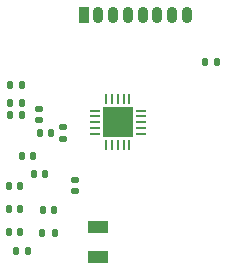
<source format=gbr>
%TF.GenerationSoftware,KiCad,Pcbnew,9.0.2*%
%TF.CreationDate,2025-05-30T19:54:00-04:00*%
%TF.ProjectId,porton micro,706f7274-6f6e-4206-9d69-63726f2e6b69,rev?*%
%TF.SameCoordinates,Original*%
%TF.FileFunction,Soldermask,Top*%
%TF.FilePolarity,Negative*%
%FSLAX46Y46*%
G04 Gerber Fmt 4.6, Leading zero omitted, Abs format (unit mm)*
G04 Created by KiCad (PCBNEW 9.0.2) date 2025-05-30 19:54:00*
%MOMM*%
%LPD*%
G01*
G04 APERTURE LIST*
G04 Aperture macros list*
%AMRoundRect*
0 Rectangle with rounded corners*
0 $1 Rounding radius*
0 $2 $3 $4 $5 $6 $7 $8 $9 X,Y pos of 4 corners*
0 Add a 4 corners polygon primitive as box body*
4,1,4,$2,$3,$4,$5,$6,$7,$8,$9,$2,$3,0*
0 Add four circle primitives for the rounded corners*
1,1,$1+$1,$2,$3*
1,1,$1+$1,$4,$5*
1,1,$1+$1,$6,$7*
1,1,$1+$1,$8,$9*
0 Add four rect primitives between the rounded corners*
20,1,$1+$1,$2,$3,$4,$5,0*
20,1,$1+$1,$4,$5,$6,$7,0*
20,1,$1+$1,$6,$7,$8,$9,0*
20,1,$1+$1,$8,$9,$2,$3,0*%
G04 Aperture macros list end*
%ADD10R,1.800000X1.000000*%
%ADD11RoundRect,0.062500X-0.350000X-0.062500X0.350000X-0.062500X0.350000X0.062500X-0.350000X0.062500X0*%
%ADD12RoundRect,0.062500X-0.062500X-0.350000X0.062500X-0.350000X0.062500X0.350000X-0.062500X0.350000X0*%
%ADD13R,2.500000X2.500000*%
%ADD14RoundRect,0.135000X-0.135000X-0.185000X0.135000X-0.185000X0.135000X0.185000X-0.135000X0.185000X0*%
%ADD15RoundRect,0.147500X-0.147500X-0.172500X0.147500X-0.172500X0.147500X0.172500X-0.147500X0.172500X0*%
%ADD16RoundRect,0.147500X0.147500X0.172500X-0.147500X0.172500X-0.147500X-0.172500X0.147500X-0.172500X0*%
%ADD17RoundRect,0.147500X0.172500X-0.147500X0.172500X0.147500X-0.172500X0.147500X-0.172500X-0.147500X0*%
%ADD18RoundRect,0.147500X-0.172500X0.147500X-0.172500X-0.147500X0.172500X-0.147500X0.172500X0.147500X0*%
%ADD19RoundRect,0.225000X-0.225000X-0.475000X0.225000X-0.475000X0.225000X0.475000X-0.225000X0.475000X0*%
%ADD20O,0.900000X1.400000*%
%ADD21RoundRect,0.140000X0.140000X0.170000X-0.140000X0.170000X-0.140000X-0.170000X0.140000X-0.170000X0*%
%ADD22RoundRect,0.140000X-0.140000X-0.170000X0.140000X-0.170000X0.140000X0.170000X-0.140000X0.170000X0*%
%ADD23RoundRect,0.140000X0.170000X-0.140000X0.170000X0.140000X-0.170000X0.140000X-0.170000X-0.140000X0*%
G04 APERTURE END LIST*
D10*
%TO.C,Y1*%
X159500000Y-88500000D03*
X159500000Y-91000000D03*
%TD*%
D11*
%TO.C,U1*%
X159187500Y-78625000D03*
X159187500Y-79125000D03*
X159187500Y-79625000D03*
X159187500Y-80125000D03*
X159187500Y-80625000D03*
D12*
X160125000Y-81562500D03*
X160625000Y-81562500D03*
X161125000Y-81562500D03*
X161625000Y-81562500D03*
X162125000Y-81562500D03*
D11*
X163062500Y-80625000D03*
X163062500Y-80125000D03*
X163062500Y-79625000D03*
X163062500Y-79125000D03*
X163062500Y-78625000D03*
D12*
X162125000Y-77687500D03*
X161625000Y-77687500D03*
X161125000Y-77687500D03*
X160625000Y-77687500D03*
X160125000Y-77687500D03*
D13*
X161125000Y-79625000D03*
%TD*%
D14*
%TO.C,R2*%
X154760000Y-89030000D03*
X155780000Y-89030000D03*
%TD*%
D15*
%TO.C,L4*%
X154785000Y-87040000D03*
X155755000Y-87040000D03*
%TD*%
D16*
%TO.C,L3*%
X155500000Y-80500000D03*
X154530000Y-80500000D03*
%TD*%
D17*
%TO.C,L2*%
X154500000Y-79470000D03*
X154500000Y-78500000D03*
%TD*%
D18*
%TO.C,L1*%
X156500000Y-80030000D03*
X156500000Y-81000000D03*
%TD*%
D19*
%TO.C,J1*%
X158250000Y-70500000D03*
D20*
X159500000Y-70500000D03*
X160750000Y-70500000D03*
X162000000Y-70500000D03*
X163250000Y-70500000D03*
X164500000Y-70500000D03*
X165750000Y-70500000D03*
X167000000Y-70500000D03*
%TD*%
D21*
%TO.C,C11*%
X152860000Y-88940000D03*
X151900000Y-88940000D03*
%TD*%
D22*
%TO.C,C10*%
X151900000Y-86970000D03*
X152860000Y-86970000D03*
%TD*%
%TO.C,C9*%
X151900000Y-85000000D03*
X152860000Y-85000000D03*
%TD*%
D21*
%TO.C,C8*%
X153980000Y-82500000D03*
X153020000Y-82500000D03*
%TD*%
D22*
%TO.C,C7*%
X152040000Y-79000000D03*
X153000000Y-79000000D03*
%TD*%
D21*
%TO.C,C6*%
X155000000Y-84000000D03*
X154040000Y-84000000D03*
%TD*%
%TO.C,C5*%
X153500000Y-90500000D03*
X152540000Y-90500000D03*
%TD*%
D23*
%TO.C,C4*%
X157520000Y-85480000D03*
X157520000Y-84520000D03*
%TD*%
D22*
%TO.C,C3*%
X168540000Y-74500000D03*
X169500000Y-74500000D03*
%TD*%
%TO.C,C2*%
X152040000Y-78000000D03*
X153000000Y-78000000D03*
%TD*%
%TO.C,C1*%
X152040000Y-76500000D03*
X153000000Y-76500000D03*
%TD*%
M02*

</source>
